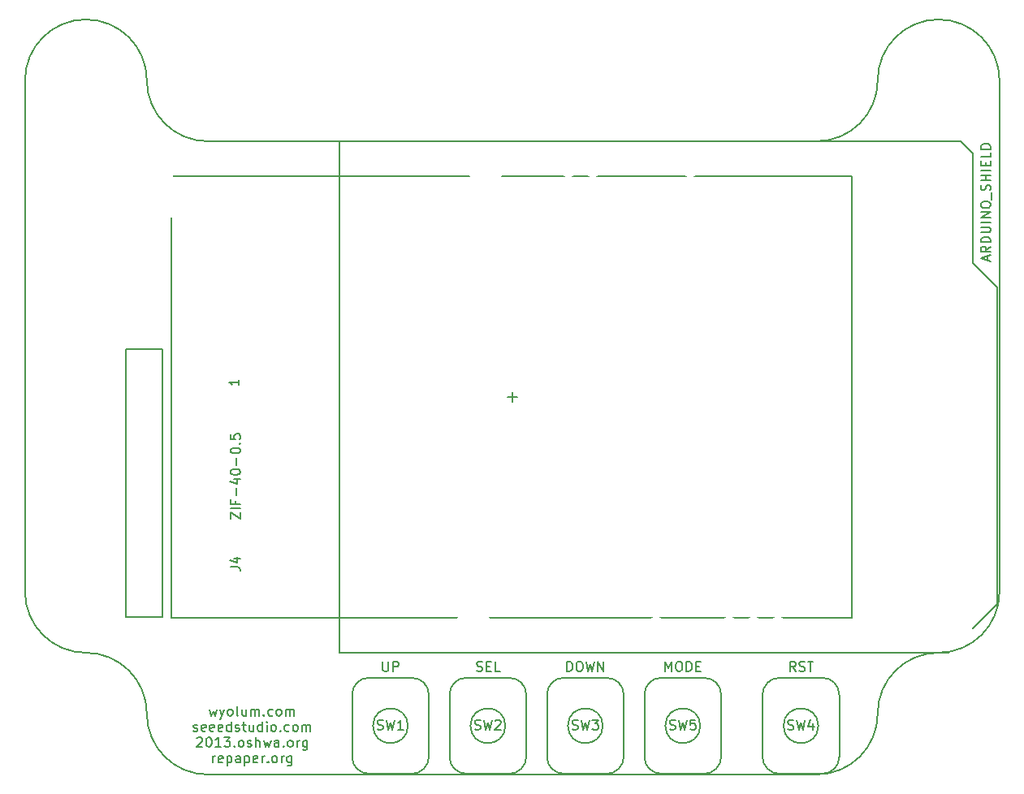
<source format=gto>
G04 (created by PCBNEW (2013-mar-13)-testing) date Friday 12 April 2013 11:20:17 PM IST*
%MOIN*%
G04 Gerber Fmt 3.4, Leading zero omitted, Abs format*
%FSLAX34Y34*%
G01*
G70*
G90*
G04 APERTURE LIST*
%ADD10C,0.006*%
%ADD11C,0.008*%
%ADD12C,0.005*%
%ADD13C,0.00590551*%
%ADD14C,0.04*%
%ADD15R,0.06X0.06*%
%ADD16C,0.06*%
%ADD17C,0.4*%
%ADD18C,0.07*%
%ADD19R,0.07X0.07*%
%ADD20O,0.06X0.1*%
%ADD21C,0.155*%
%ADD22C,0.1*%
%ADD23C,0.075*%
%ADD24C,0.045*%
%ADD25O,0.12X0.18*%
%ADD26R,0.12X0.18*%
%ADD27O,0.18X0.12*%
G04 APERTURE END LIST*
G54D10*
G54D11*
X17572Y-42320D02*
X17648Y-42586D01*
X17725Y-42396D01*
X17801Y-42586D01*
X17877Y-42320D01*
X17991Y-42320D02*
X18086Y-42586D01*
X18182Y-42320D02*
X18086Y-42586D01*
X18048Y-42682D01*
X18029Y-42701D01*
X17991Y-42720D01*
X18391Y-42586D02*
X18353Y-42567D01*
X18334Y-42548D01*
X18315Y-42510D01*
X18315Y-42396D01*
X18334Y-42358D01*
X18353Y-42339D01*
X18391Y-42320D01*
X18448Y-42320D01*
X18486Y-42339D01*
X18505Y-42358D01*
X18525Y-42396D01*
X18525Y-42510D01*
X18505Y-42548D01*
X18486Y-42567D01*
X18448Y-42586D01*
X18391Y-42586D01*
X18753Y-42586D02*
X18715Y-42567D01*
X18696Y-42529D01*
X18696Y-42186D01*
X19077Y-42320D02*
X19077Y-42586D01*
X18905Y-42320D02*
X18905Y-42529D01*
X18925Y-42567D01*
X18963Y-42586D01*
X19020Y-42586D01*
X19058Y-42567D01*
X19077Y-42548D01*
X19267Y-42586D02*
X19267Y-42320D01*
X19267Y-42358D02*
X19286Y-42339D01*
X19325Y-42320D01*
X19382Y-42320D01*
X19420Y-42339D01*
X19439Y-42377D01*
X19439Y-42586D01*
X19439Y-42377D02*
X19458Y-42339D01*
X19496Y-42320D01*
X19553Y-42320D01*
X19591Y-42339D01*
X19610Y-42377D01*
X19610Y-42586D01*
X19801Y-42548D02*
X19820Y-42567D01*
X19801Y-42586D01*
X19782Y-42567D01*
X19801Y-42548D01*
X19801Y-42586D01*
X20163Y-42567D02*
X20125Y-42586D01*
X20048Y-42586D01*
X20010Y-42567D01*
X19991Y-42548D01*
X19972Y-42510D01*
X19972Y-42396D01*
X19991Y-42358D01*
X20010Y-42339D01*
X20048Y-42320D01*
X20125Y-42320D01*
X20163Y-42339D01*
X20391Y-42586D02*
X20353Y-42567D01*
X20334Y-42548D01*
X20315Y-42510D01*
X20315Y-42396D01*
X20334Y-42358D01*
X20353Y-42339D01*
X20391Y-42320D01*
X20448Y-42320D01*
X20486Y-42339D01*
X20505Y-42358D01*
X20525Y-42396D01*
X20525Y-42510D01*
X20505Y-42548D01*
X20486Y-42567D01*
X20448Y-42586D01*
X20391Y-42586D01*
X20696Y-42586D02*
X20696Y-42320D01*
X20696Y-42358D02*
X20715Y-42339D01*
X20753Y-42320D01*
X20810Y-42320D01*
X20848Y-42339D01*
X20867Y-42377D01*
X20867Y-42586D01*
X20867Y-42377D02*
X20886Y-42339D01*
X20925Y-42320D01*
X20982Y-42320D01*
X21020Y-42339D01*
X21039Y-42377D01*
X21039Y-42586D01*
X16915Y-43207D02*
X16953Y-43226D01*
X17029Y-43226D01*
X17067Y-43207D01*
X17086Y-43169D01*
X17086Y-43150D01*
X17067Y-43112D01*
X17029Y-43093D01*
X16972Y-43093D01*
X16934Y-43074D01*
X16915Y-43036D01*
X16915Y-43017D01*
X16934Y-42979D01*
X16972Y-42960D01*
X17029Y-42960D01*
X17067Y-42979D01*
X17410Y-43207D02*
X17372Y-43226D01*
X17296Y-43226D01*
X17258Y-43207D01*
X17239Y-43169D01*
X17239Y-43017D01*
X17258Y-42979D01*
X17296Y-42960D01*
X17372Y-42960D01*
X17410Y-42979D01*
X17429Y-43017D01*
X17429Y-43055D01*
X17239Y-43093D01*
X17753Y-43207D02*
X17715Y-43226D01*
X17639Y-43226D01*
X17601Y-43207D01*
X17582Y-43169D01*
X17582Y-43017D01*
X17601Y-42979D01*
X17639Y-42960D01*
X17715Y-42960D01*
X17753Y-42979D01*
X17772Y-43017D01*
X17772Y-43055D01*
X17582Y-43093D01*
X18096Y-43207D02*
X18058Y-43226D01*
X17982Y-43226D01*
X17944Y-43207D01*
X17925Y-43169D01*
X17925Y-43017D01*
X17944Y-42979D01*
X17982Y-42960D01*
X18058Y-42960D01*
X18096Y-42979D01*
X18115Y-43017D01*
X18115Y-43055D01*
X17925Y-43093D01*
X18458Y-43226D02*
X18458Y-42826D01*
X18458Y-43207D02*
X18420Y-43226D01*
X18344Y-43226D01*
X18305Y-43207D01*
X18286Y-43188D01*
X18267Y-43150D01*
X18267Y-43036D01*
X18286Y-42998D01*
X18305Y-42979D01*
X18344Y-42960D01*
X18420Y-42960D01*
X18458Y-42979D01*
X18629Y-43207D02*
X18667Y-43226D01*
X18744Y-43226D01*
X18782Y-43207D01*
X18801Y-43169D01*
X18801Y-43150D01*
X18782Y-43112D01*
X18744Y-43093D01*
X18686Y-43093D01*
X18648Y-43074D01*
X18629Y-43036D01*
X18629Y-43017D01*
X18648Y-42979D01*
X18686Y-42960D01*
X18744Y-42960D01*
X18782Y-42979D01*
X18915Y-42960D02*
X19067Y-42960D01*
X18972Y-42826D02*
X18972Y-43169D01*
X18991Y-43207D01*
X19029Y-43226D01*
X19067Y-43226D01*
X19372Y-42960D02*
X19372Y-43226D01*
X19201Y-42960D02*
X19201Y-43169D01*
X19220Y-43207D01*
X19258Y-43226D01*
X19315Y-43226D01*
X19353Y-43207D01*
X19372Y-43188D01*
X19734Y-43226D02*
X19734Y-42826D01*
X19734Y-43207D02*
X19696Y-43226D01*
X19620Y-43226D01*
X19582Y-43207D01*
X19563Y-43188D01*
X19544Y-43150D01*
X19544Y-43036D01*
X19563Y-42998D01*
X19582Y-42979D01*
X19620Y-42960D01*
X19696Y-42960D01*
X19734Y-42979D01*
X19924Y-43226D02*
X19924Y-42960D01*
X19924Y-42826D02*
X19905Y-42845D01*
X19924Y-42865D01*
X19944Y-42845D01*
X19924Y-42826D01*
X19924Y-42865D01*
X20172Y-43226D02*
X20134Y-43207D01*
X20115Y-43188D01*
X20096Y-43150D01*
X20096Y-43036D01*
X20115Y-42998D01*
X20134Y-42979D01*
X20172Y-42960D01*
X20229Y-42960D01*
X20267Y-42979D01*
X20286Y-42998D01*
X20305Y-43036D01*
X20305Y-43150D01*
X20286Y-43188D01*
X20267Y-43207D01*
X20229Y-43226D01*
X20172Y-43226D01*
X20477Y-43188D02*
X20496Y-43207D01*
X20477Y-43226D01*
X20458Y-43207D01*
X20477Y-43188D01*
X20477Y-43226D01*
X20839Y-43207D02*
X20801Y-43226D01*
X20725Y-43226D01*
X20686Y-43207D01*
X20667Y-43188D01*
X20648Y-43150D01*
X20648Y-43036D01*
X20667Y-42998D01*
X20686Y-42979D01*
X20725Y-42960D01*
X20801Y-42960D01*
X20839Y-42979D01*
X21067Y-43226D02*
X21029Y-43207D01*
X21010Y-43188D01*
X20991Y-43150D01*
X20991Y-43036D01*
X21010Y-42998D01*
X21029Y-42979D01*
X21067Y-42960D01*
X21124Y-42960D01*
X21163Y-42979D01*
X21182Y-42998D01*
X21201Y-43036D01*
X21201Y-43150D01*
X21182Y-43188D01*
X21163Y-43207D01*
X21124Y-43226D01*
X21067Y-43226D01*
X21372Y-43226D02*
X21372Y-42960D01*
X21372Y-42998D02*
X21391Y-42979D01*
X21429Y-42960D01*
X21486Y-42960D01*
X21524Y-42979D01*
X21544Y-43017D01*
X21544Y-43226D01*
X21544Y-43017D02*
X21563Y-42979D01*
X21601Y-42960D01*
X21658Y-42960D01*
X21696Y-42979D01*
X21715Y-43017D01*
X21715Y-43226D01*
X17048Y-43505D02*
X17067Y-43485D01*
X17105Y-43466D01*
X17201Y-43466D01*
X17239Y-43485D01*
X17258Y-43505D01*
X17277Y-43543D01*
X17277Y-43581D01*
X17258Y-43638D01*
X17029Y-43866D01*
X17277Y-43866D01*
X17525Y-43466D02*
X17563Y-43466D01*
X17601Y-43485D01*
X17620Y-43505D01*
X17639Y-43543D01*
X17658Y-43619D01*
X17658Y-43714D01*
X17639Y-43790D01*
X17620Y-43828D01*
X17601Y-43847D01*
X17563Y-43866D01*
X17525Y-43866D01*
X17486Y-43847D01*
X17467Y-43828D01*
X17448Y-43790D01*
X17429Y-43714D01*
X17429Y-43619D01*
X17448Y-43543D01*
X17467Y-43505D01*
X17486Y-43485D01*
X17525Y-43466D01*
X18039Y-43866D02*
X17810Y-43866D01*
X17925Y-43866D02*
X17925Y-43466D01*
X17886Y-43524D01*
X17848Y-43562D01*
X17810Y-43581D01*
X18172Y-43466D02*
X18420Y-43466D01*
X18286Y-43619D01*
X18344Y-43619D01*
X18382Y-43638D01*
X18401Y-43657D01*
X18420Y-43695D01*
X18420Y-43790D01*
X18401Y-43828D01*
X18382Y-43847D01*
X18344Y-43866D01*
X18229Y-43866D01*
X18191Y-43847D01*
X18172Y-43828D01*
X18591Y-43828D02*
X18610Y-43847D01*
X18591Y-43866D01*
X18572Y-43847D01*
X18591Y-43828D01*
X18591Y-43866D01*
X18839Y-43866D02*
X18801Y-43847D01*
X18782Y-43828D01*
X18763Y-43790D01*
X18763Y-43676D01*
X18782Y-43638D01*
X18801Y-43619D01*
X18839Y-43600D01*
X18896Y-43600D01*
X18934Y-43619D01*
X18953Y-43638D01*
X18972Y-43676D01*
X18972Y-43790D01*
X18953Y-43828D01*
X18934Y-43847D01*
X18896Y-43866D01*
X18839Y-43866D01*
X19125Y-43847D02*
X19163Y-43866D01*
X19239Y-43866D01*
X19277Y-43847D01*
X19296Y-43809D01*
X19296Y-43790D01*
X19277Y-43752D01*
X19239Y-43733D01*
X19182Y-43733D01*
X19144Y-43714D01*
X19125Y-43676D01*
X19125Y-43657D01*
X19144Y-43619D01*
X19182Y-43600D01*
X19239Y-43600D01*
X19277Y-43619D01*
X19467Y-43866D02*
X19467Y-43466D01*
X19639Y-43866D02*
X19639Y-43657D01*
X19620Y-43619D01*
X19582Y-43600D01*
X19525Y-43600D01*
X19486Y-43619D01*
X19467Y-43638D01*
X19791Y-43600D02*
X19867Y-43866D01*
X19944Y-43676D01*
X20020Y-43866D01*
X20096Y-43600D01*
X20420Y-43866D02*
X20420Y-43657D01*
X20401Y-43619D01*
X20363Y-43600D01*
X20286Y-43600D01*
X20248Y-43619D01*
X20420Y-43847D02*
X20382Y-43866D01*
X20286Y-43866D01*
X20248Y-43847D01*
X20229Y-43809D01*
X20229Y-43771D01*
X20248Y-43733D01*
X20286Y-43714D01*
X20382Y-43714D01*
X20420Y-43695D01*
X20610Y-43828D02*
X20629Y-43847D01*
X20610Y-43866D01*
X20591Y-43847D01*
X20610Y-43828D01*
X20610Y-43866D01*
X20858Y-43866D02*
X20820Y-43847D01*
X20801Y-43828D01*
X20782Y-43790D01*
X20782Y-43676D01*
X20801Y-43638D01*
X20820Y-43619D01*
X20858Y-43600D01*
X20915Y-43600D01*
X20953Y-43619D01*
X20972Y-43638D01*
X20991Y-43676D01*
X20991Y-43790D01*
X20972Y-43828D01*
X20953Y-43847D01*
X20915Y-43866D01*
X20858Y-43866D01*
X21163Y-43866D02*
X21163Y-43600D01*
X21163Y-43676D02*
X21182Y-43638D01*
X21201Y-43619D01*
X21239Y-43600D01*
X21277Y-43600D01*
X21582Y-43600D02*
X21582Y-43924D01*
X21563Y-43962D01*
X21544Y-43981D01*
X21505Y-44000D01*
X21448Y-44000D01*
X21410Y-43981D01*
X21582Y-43847D02*
X21544Y-43866D01*
X21467Y-43866D01*
X21429Y-43847D01*
X21410Y-43828D01*
X21391Y-43790D01*
X21391Y-43676D01*
X21410Y-43638D01*
X21429Y-43619D01*
X21467Y-43600D01*
X21544Y-43600D01*
X21582Y-43619D01*
X17705Y-44506D02*
X17705Y-44240D01*
X17705Y-44316D02*
X17725Y-44278D01*
X17744Y-44259D01*
X17782Y-44240D01*
X17820Y-44240D01*
X18105Y-44487D02*
X18067Y-44506D01*
X17991Y-44506D01*
X17953Y-44487D01*
X17934Y-44449D01*
X17934Y-44297D01*
X17953Y-44259D01*
X17991Y-44240D01*
X18067Y-44240D01*
X18105Y-44259D01*
X18125Y-44297D01*
X18125Y-44335D01*
X17934Y-44373D01*
X18296Y-44240D02*
X18296Y-44640D01*
X18296Y-44259D02*
X18334Y-44240D01*
X18410Y-44240D01*
X18448Y-44259D01*
X18467Y-44278D01*
X18486Y-44316D01*
X18486Y-44430D01*
X18467Y-44468D01*
X18448Y-44487D01*
X18410Y-44506D01*
X18334Y-44506D01*
X18296Y-44487D01*
X18829Y-44506D02*
X18829Y-44297D01*
X18810Y-44259D01*
X18772Y-44240D01*
X18696Y-44240D01*
X18658Y-44259D01*
X18829Y-44487D02*
X18791Y-44506D01*
X18696Y-44506D01*
X18658Y-44487D01*
X18639Y-44449D01*
X18639Y-44411D01*
X18658Y-44373D01*
X18696Y-44354D01*
X18791Y-44354D01*
X18829Y-44335D01*
X19020Y-44240D02*
X19020Y-44640D01*
X19020Y-44259D02*
X19058Y-44240D01*
X19134Y-44240D01*
X19172Y-44259D01*
X19191Y-44278D01*
X19210Y-44316D01*
X19210Y-44430D01*
X19191Y-44468D01*
X19172Y-44487D01*
X19134Y-44506D01*
X19058Y-44506D01*
X19020Y-44487D01*
X19534Y-44487D02*
X19496Y-44506D01*
X19420Y-44506D01*
X19382Y-44487D01*
X19363Y-44449D01*
X19363Y-44297D01*
X19382Y-44259D01*
X19420Y-44240D01*
X19496Y-44240D01*
X19534Y-44259D01*
X19553Y-44297D01*
X19553Y-44335D01*
X19363Y-44373D01*
X19725Y-44506D02*
X19725Y-44240D01*
X19725Y-44316D02*
X19744Y-44278D01*
X19763Y-44259D01*
X19801Y-44240D01*
X19839Y-44240D01*
X19972Y-44468D02*
X19991Y-44487D01*
X19972Y-44506D01*
X19953Y-44487D01*
X19972Y-44468D01*
X19972Y-44506D01*
X20220Y-44506D02*
X20182Y-44487D01*
X20163Y-44468D01*
X20144Y-44430D01*
X20144Y-44316D01*
X20163Y-44278D01*
X20182Y-44259D01*
X20220Y-44240D01*
X20277Y-44240D01*
X20315Y-44259D01*
X20334Y-44278D01*
X20353Y-44316D01*
X20353Y-44430D01*
X20334Y-44468D01*
X20315Y-44487D01*
X20277Y-44506D01*
X20220Y-44506D01*
X20525Y-44506D02*
X20525Y-44240D01*
X20525Y-44316D02*
X20544Y-44278D01*
X20563Y-44259D01*
X20601Y-44240D01*
X20639Y-44240D01*
X20944Y-44240D02*
X20944Y-44564D01*
X20924Y-44602D01*
X20905Y-44621D01*
X20867Y-44640D01*
X20810Y-44640D01*
X20772Y-44621D01*
X20944Y-44487D02*
X20905Y-44506D01*
X20829Y-44506D01*
X20791Y-44487D01*
X20772Y-44468D01*
X20753Y-44430D01*
X20753Y-44316D01*
X20772Y-44278D01*
X20791Y-44259D01*
X20829Y-44240D01*
X20905Y-44240D01*
X20944Y-44259D01*
G54D12*
X47500Y-40000D02*
G75*
G03X50000Y-37500I0J2500D01*
G74*
G01*
X42500Y-45000D02*
G75*
G03X45000Y-42500I0J2500D01*
G74*
G01*
X47500Y-40000D02*
G75*
G03X45000Y-42500I0J-2500D01*
G74*
G01*
X15000Y-42500D02*
G75*
G03X17500Y-45000I2500J0D01*
G74*
G01*
X10000Y-37500D02*
G75*
G03X12500Y-40000I2500J0D01*
G74*
G01*
X15000Y-42500D02*
G75*
G03X12500Y-40000I-2500J0D01*
G74*
G01*
X42500Y-19000D02*
G75*
G03X45000Y-16500I0J2500D01*
G74*
G01*
X50000Y-16500D02*
G75*
G03X47500Y-14000I-2500J0D01*
G74*
G01*
X47500Y-14000D02*
G75*
G03X45000Y-16500I0J-2500D01*
G74*
G01*
X15000Y-16500D02*
G75*
G03X17500Y-19000I2500J0D01*
G74*
G01*
X15000Y-16500D02*
G75*
G03X12500Y-14000I-2500J0D01*
G74*
G01*
X12500Y-14000D02*
G75*
G03X10000Y-16500I0J-2500D01*
G74*
G01*
X14150Y-38550D02*
X15650Y-38550D01*
X14150Y-27550D02*
X14150Y-38550D01*
X15650Y-27550D02*
X14150Y-27550D01*
X15650Y-38550D02*
X15650Y-27550D01*
X17500Y-19000D02*
X42500Y-19000D01*
X42500Y-45000D02*
X17500Y-45000D01*
X10000Y-37500D02*
X10000Y-16500D01*
X50000Y-16500D02*
X50000Y-37500D01*
X30000Y-29500D02*
X30200Y-29500D01*
X30000Y-29500D02*
X29800Y-29500D01*
X30000Y-29500D02*
X30000Y-29700D01*
X30000Y-29500D02*
X30000Y-29300D01*
G54D13*
X49900Y-25000D02*
X49900Y-38000D01*
X49900Y-38000D02*
X48900Y-39000D01*
X48900Y-19500D02*
X48900Y-24000D01*
X48900Y-24000D02*
X49900Y-25000D01*
X22900Y-19000D02*
X48400Y-19000D01*
X48400Y-19000D02*
X48900Y-19500D01*
X22900Y-40000D02*
X22900Y-19000D01*
X47900Y-40000D02*
X22900Y-40000D01*
G54D10*
X43424Y-41720D02*
G75*
G03X42735Y-41031I-688J0D01*
G74*
G01*
X40964Y-41031D02*
X42735Y-41031D01*
X40964Y-41031D02*
G75*
G03X40275Y-41720I0J-688D01*
G74*
G01*
X40275Y-44279D02*
X40275Y-41720D01*
X42735Y-44968D02*
X40964Y-44968D01*
X43424Y-41720D02*
X43424Y-44279D01*
X42735Y-44968D02*
G75*
G03X43424Y-44279I0J688D01*
G74*
G01*
X40275Y-44279D02*
G75*
G03X40964Y-44968I688J0D01*
G74*
G01*
X42565Y-43000D02*
G75*
G03X42565Y-43000I-715J0D01*
G74*
G01*
X26574Y-41720D02*
G75*
G03X25885Y-41031I-688J0D01*
G74*
G01*
X24114Y-41031D02*
X25885Y-41031D01*
X24114Y-41031D02*
G75*
G03X23425Y-41720I0J-688D01*
G74*
G01*
X23425Y-44279D02*
X23425Y-41720D01*
X25885Y-44968D02*
X24114Y-44968D01*
X26574Y-41720D02*
X26574Y-44279D01*
X25885Y-44968D02*
G75*
G03X26574Y-44279I0J688D01*
G74*
G01*
X23425Y-44279D02*
G75*
G03X24114Y-44968I688J0D01*
G74*
G01*
X25715Y-43000D02*
G75*
G03X25715Y-43000I-715J0D01*
G74*
G01*
X30574Y-41720D02*
G75*
G03X29885Y-41031I-688J0D01*
G74*
G01*
X28114Y-41031D02*
X29885Y-41031D01*
X28114Y-41031D02*
G75*
G03X27425Y-41720I0J-688D01*
G74*
G01*
X27425Y-44279D02*
X27425Y-41720D01*
X29885Y-44968D02*
X28114Y-44968D01*
X30574Y-41720D02*
X30574Y-44279D01*
X29885Y-44968D02*
G75*
G03X30574Y-44279I0J688D01*
G74*
G01*
X27425Y-44279D02*
G75*
G03X28114Y-44968I688J0D01*
G74*
G01*
X29715Y-43000D02*
G75*
G03X29715Y-43000I-715J0D01*
G74*
G01*
X34574Y-41720D02*
G75*
G03X33885Y-41031I-688J0D01*
G74*
G01*
X32114Y-41031D02*
X33885Y-41031D01*
X32114Y-41031D02*
G75*
G03X31425Y-41720I0J-688D01*
G74*
G01*
X31425Y-44279D02*
X31425Y-41720D01*
X33885Y-44968D02*
X32114Y-44968D01*
X34574Y-41720D02*
X34574Y-44279D01*
X33885Y-44968D02*
G75*
G03X34574Y-44279I0J688D01*
G74*
G01*
X31425Y-44279D02*
G75*
G03X32114Y-44968I688J0D01*
G74*
G01*
X33715Y-43000D02*
G75*
G03X33715Y-43000I-715J0D01*
G74*
G01*
X38574Y-41720D02*
G75*
G03X37885Y-41031I-688J0D01*
G74*
G01*
X36114Y-41031D02*
X37885Y-41031D01*
X36114Y-41031D02*
G75*
G03X35425Y-41720I0J-688D01*
G74*
G01*
X35425Y-44279D02*
X35425Y-41720D01*
X37885Y-44968D02*
X36114Y-44968D01*
X38574Y-41720D02*
X38574Y-44279D01*
X37885Y-44968D02*
G75*
G03X38574Y-44279I0J688D01*
G74*
G01*
X35425Y-44279D02*
G75*
G03X36114Y-44968I688J0D01*
G74*
G01*
X37715Y-43000D02*
G75*
G03X37715Y-43000I-715J0D01*
G74*
G01*
X16004Y-38557D02*
X43956Y-38557D01*
X43956Y-38557D02*
X43956Y-20446D01*
X43956Y-20446D02*
X16004Y-20446D01*
X16004Y-20446D02*
X16004Y-38557D01*
X49522Y-23909D02*
X49522Y-23719D01*
X49636Y-23947D02*
X49236Y-23814D01*
X49636Y-23680D01*
X49636Y-23319D02*
X49446Y-23452D01*
X49636Y-23547D02*
X49236Y-23547D01*
X49236Y-23395D01*
X49255Y-23357D01*
X49275Y-23338D01*
X49313Y-23319D01*
X49370Y-23319D01*
X49408Y-23338D01*
X49427Y-23357D01*
X49446Y-23395D01*
X49446Y-23547D01*
X49636Y-23147D02*
X49236Y-23147D01*
X49236Y-23052D01*
X49255Y-22995D01*
X49294Y-22957D01*
X49332Y-22938D01*
X49408Y-22919D01*
X49465Y-22919D01*
X49541Y-22938D01*
X49579Y-22957D01*
X49617Y-22995D01*
X49636Y-23052D01*
X49636Y-23147D01*
X49236Y-22747D02*
X49560Y-22747D01*
X49598Y-22728D01*
X49617Y-22709D01*
X49636Y-22671D01*
X49636Y-22595D01*
X49617Y-22557D01*
X49598Y-22538D01*
X49560Y-22519D01*
X49236Y-22519D01*
X49636Y-22328D02*
X49236Y-22328D01*
X49636Y-22138D02*
X49236Y-22138D01*
X49636Y-21909D01*
X49236Y-21909D01*
X49236Y-21642D02*
X49236Y-21566D01*
X49255Y-21528D01*
X49294Y-21490D01*
X49370Y-21471D01*
X49503Y-21471D01*
X49579Y-21490D01*
X49617Y-21528D01*
X49636Y-21566D01*
X49636Y-21642D01*
X49617Y-21680D01*
X49579Y-21719D01*
X49503Y-21738D01*
X49370Y-21738D01*
X49294Y-21719D01*
X49255Y-21680D01*
X49236Y-21642D01*
X49675Y-21395D02*
X49675Y-21090D01*
X49617Y-21014D02*
X49636Y-20957D01*
X49636Y-20861D01*
X49617Y-20823D01*
X49598Y-20804D01*
X49560Y-20785D01*
X49522Y-20785D01*
X49484Y-20804D01*
X49465Y-20823D01*
X49446Y-20861D01*
X49427Y-20938D01*
X49408Y-20976D01*
X49389Y-20995D01*
X49351Y-21014D01*
X49313Y-21014D01*
X49275Y-20995D01*
X49255Y-20976D01*
X49236Y-20938D01*
X49236Y-20842D01*
X49255Y-20785D01*
X49636Y-20614D02*
X49236Y-20614D01*
X49427Y-20614D02*
X49427Y-20385D01*
X49636Y-20385D02*
X49236Y-20385D01*
X49636Y-20195D02*
X49236Y-20195D01*
X49427Y-20004D02*
X49427Y-19871D01*
X49636Y-19814D02*
X49636Y-20004D01*
X49236Y-20004D01*
X49236Y-19814D01*
X49636Y-19452D02*
X49636Y-19642D01*
X49236Y-19642D01*
X49636Y-19319D02*
X49236Y-19319D01*
X49236Y-19223D01*
X49255Y-19166D01*
X49294Y-19128D01*
X49332Y-19109D01*
X49408Y-19090D01*
X49465Y-19090D01*
X49541Y-19109D01*
X49579Y-19128D01*
X49617Y-19166D01*
X49636Y-19223D01*
X49636Y-19319D01*
X41316Y-43142D02*
X41373Y-43161D01*
X41469Y-43161D01*
X41507Y-43142D01*
X41526Y-43123D01*
X41545Y-43085D01*
X41545Y-43047D01*
X41526Y-43009D01*
X41507Y-42990D01*
X41469Y-42971D01*
X41392Y-42952D01*
X41354Y-42933D01*
X41335Y-42914D01*
X41316Y-42876D01*
X41316Y-42838D01*
X41335Y-42800D01*
X41354Y-42780D01*
X41392Y-42761D01*
X41488Y-42761D01*
X41545Y-42780D01*
X41678Y-42761D02*
X41773Y-43161D01*
X41850Y-42876D01*
X41926Y-43161D01*
X42021Y-42761D01*
X42345Y-42895D02*
X42345Y-43161D01*
X42250Y-42742D02*
X42154Y-43028D01*
X42402Y-43028D01*
X41630Y-40761D02*
X41497Y-40571D01*
X41402Y-40761D02*
X41402Y-40361D01*
X41554Y-40361D01*
X41592Y-40380D01*
X41611Y-40400D01*
X41630Y-40438D01*
X41630Y-40495D01*
X41611Y-40533D01*
X41592Y-40552D01*
X41554Y-40571D01*
X41402Y-40571D01*
X41783Y-40742D02*
X41840Y-40761D01*
X41935Y-40761D01*
X41973Y-40742D01*
X41992Y-40723D01*
X42011Y-40685D01*
X42011Y-40647D01*
X41992Y-40609D01*
X41973Y-40590D01*
X41935Y-40571D01*
X41859Y-40552D01*
X41821Y-40533D01*
X41802Y-40514D01*
X41783Y-40476D01*
X41783Y-40438D01*
X41802Y-40400D01*
X41821Y-40380D01*
X41859Y-40361D01*
X41954Y-40361D01*
X42011Y-40380D01*
X42126Y-40361D02*
X42354Y-40361D01*
X42240Y-40761D02*
X42240Y-40361D01*
X24466Y-43142D02*
X24523Y-43161D01*
X24619Y-43161D01*
X24657Y-43142D01*
X24676Y-43123D01*
X24695Y-43085D01*
X24695Y-43047D01*
X24676Y-43009D01*
X24657Y-42990D01*
X24619Y-42971D01*
X24542Y-42952D01*
X24504Y-42933D01*
X24485Y-42914D01*
X24466Y-42876D01*
X24466Y-42838D01*
X24485Y-42800D01*
X24504Y-42780D01*
X24542Y-42761D01*
X24638Y-42761D01*
X24695Y-42780D01*
X24828Y-42761D02*
X24923Y-43161D01*
X25000Y-42876D01*
X25076Y-43161D01*
X25171Y-42761D01*
X25533Y-43161D02*
X25304Y-43161D01*
X25419Y-43161D02*
X25419Y-42761D01*
X25380Y-42819D01*
X25342Y-42857D01*
X25304Y-42876D01*
X24685Y-40361D02*
X24685Y-40685D01*
X24704Y-40723D01*
X24723Y-40742D01*
X24761Y-40761D01*
X24838Y-40761D01*
X24876Y-40742D01*
X24895Y-40723D01*
X24914Y-40685D01*
X24914Y-40361D01*
X25104Y-40761D02*
X25104Y-40361D01*
X25257Y-40361D01*
X25295Y-40380D01*
X25314Y-40400D01*
X25333Y-40438D01*
X25333Y-40495D01*
X25314Y-40533D01*
X25295Y-40552D01*
X25257Y-40571D01*
X25104Y-40571D01*
X28466Y-43142D02*
X28523Y-43161D01*
X28619Y-43161D01*
X28657Y-43142D01*
X28676Y-43123D01*
X28695Y-43085D01*
X28695Y-43047D01*
X28676Y-43009D01*
X28657Y-42990D01*
X28619Y-42971D01*
X28542Y-42952D01*
X28504Y-42933D01*
X28485Y-42914D01*
X28466Y-42876D01*
X28466Y-42838D01*
X28485Y-42800D01*
X28504Y-42780D01*
X28542Y-42761D01*
X28638Y-42761D01*
X28695Y-42780D01*
X28828Y-42761D02*
X28923Y-43161D01*
X29000Y-42876D01*
X29076Y-43161D01*
X29171Y-42761D01*
X29304Y-42800D02*
X29323Y-42780D01*
X29361Y-42761D01*
X29457Y-42761D01*
X29495Y-42780D01*
X29514Y-42800D01*
X29533Y-42838D01*
X29533Y-42876D01*
X29514Y-42933D01*
X29285Y-43161D01*
X29533Y-43161D01*
X28542Y-40742D02*
X28600Y-40761D01*
X28695Y-40761D01*
X28733Y-40742D01*
X28752Y-40723D01*
X28771Y-40685D01*
X28771Y-40647D01*
X28752Y-40609D01*
X28733Y-40590D01*
X28695Y-40571D01*
X28619Y-40552D01*
X28580Y-40533D01*
X28561Y-40514D01*
X28542Y-40476D01*
X28542Y-40438D01*
X28561Y-40400D01*
X28580Y-40380D01*
X28619Y-40361D01*
X28714Y-40361D01*
X28771Y-40380D01*
X28942Y-40552D02*
X29076Y-40552D01*
X29133Y-40761D02*
X28942Y-40761D01*
X28942Y-40361D01*
X29133Y-40361D01*
X29495Y-40761D02*
X29304Y-40761D01*
X29304Y-40361D01*
X32466Y-43142D02*
X32523Y-43161D01*
X32619Y-43161D01*
X32657Y-43142D01*
X32676Y-43123D01*
X32695Y-43085D01*
X32695Y-43047D01*
X32676Y-43009D01*
X32657Y-42990D01*
X32619Y-42971D01*
X32542Y-42952D01*
X32504Y-42933D01*
X32485Y-42914D01*
X32466Y-42876D01*
X32466Y-42838D01*
X32485Y-42800D01*
X32504Y-42780D01*
X32542Y-42761D01*
X32638Y-42761D01*
X32695Y-42780D01*
X32828Y-42761D02*
X32923Y-43161D01*
X33000Y-42876D01*
X33076Y-43161D01*
X33171Y-42761D01*
X33285Y-42761D02*
X33533Y-42761D01*
X33400Y-42914D01*
X33457Y-42914D01*
X33495Y-42933D01*
X33514Y-42952D01*
X33533Y-42990D01*
X33533Y-43085D01*
X33514Y-43123D01*
X33495Y-43142D01*
X33457Y-43161D01*
X33342Y-43161D01*
X33304Y-43142D01*
X33285Y-43123D01*
X32247Y-40761D02*
X32247Y-40361D01*
X32342Y-40361D01*
X32400Y-40380D01*
X32438Y-40419D01*
X32457Y-40457D01*
X32476Y-40533D01*
X32476Y-40590D01*
X32457Y-40666D01*
X32438Y-40704D01*
X32400Y-40742D01*
X32342Y-40761D01*
X32247Y-40761D01*
X32723Y-40361D02*
X32800Y-40361D01*
X32838Y-40380D01*
X32876Y-40419D01*
X32895Y-40495D01*
X32895Y-40628D01*
X32876Y-40704D01*
X32838Y-40742D01*
X32800Y-40761D01*
X32723Y-40761D01*
X32685Y-40742D01*
X32647Y-40704D01*
X32628Y-40628D01*
X32628Y-40495D01*
X32647Y-40419D01*
X32685Y-40380D01*
X32723Y-40361D01*
X33028Y-40361D02*
X33123Y-40761D01*
X33200Y-40476D01*
X33276Y-40761D01*
X33371Y-40361D01*
X33523Y-40761D02*
X33523Y-40361D01*
X33752Y-40761D01*
X33752Y-40361D01*
X36466Y-43142D02*
X36523Y-43161D01*
X36619Y-43161D01*
X36657Y-43142D01*
X36676Y-43123D01*
X36695Y-43085D01*
X36695Y-43047D01*
X36676Y-43009D01*
X36657Y-42990D01*
X36619Y-42971D01*
X36542Y-42952D01*
X36504Y-42933D01*
X36485Y-42914D01*
X36466Y-42876D01*
X36466Y-42838D01*
X36485Y-42800D01*
X36504Y-42780D01*
X36542Y-42761D01*
X36638Y-42761D01*
X36695Y-42780D01*
X36828Y-42761D02*
X36923Y-43161D01*
X37000Y-42876D01*
X37076Y-43161D01*
X37171Y-42761D01*
X37514Y-42761D02*
X37323Y-42761D01*
X37304Y-42952D01*
X37323Y-42933D01*
X37361Y-42914D01*
X37457Y-42914D01*
X37495Y-42933D01*
X37514Y-42952D01*
X37533Y-42990D01*
X37533Y-43085D01*
X37514Y-43123D01*
X37495Y-43142D01*
X37457Y-43161D01*
X37361Y-43161D01*
X37323Y-43142D01*
X37304Y-43123D01*
X36276Y-40761D02*
X36276Y-40361D01*
X36409Y-40647D01*
X36542Y-40361D01*
X36542Y-40761D01*
X36809Y-40361D02*
X36885Y-40361D01*
X36923Y-40380D01*
X36961Y-40419D01*
X36980Y-40495D01*
X36980Y-40628D01*
X36961Y-40704D01*
X36923Y-40742D01*
X36885Y-40761D01*
X36809Y-40761D01*
X36771Y-40742D01*
X36733Y-40704D01*
X36714Y-40628D01*
X36714Y-40495D01*
X36733Y-40419D01*
X36771Y-40380D01*
X36809Y-40361D01*
X37152Y-40761D02*
X37152Y-40361D01*
X37247Y-40361D01*
X37304Y-40380D01*
X37342Y-40419D01*
X37361Y-40457D01*
X37380Y-40533D01*
X37380Y-40590D01*
X37361Y-40666D01*
X37342Y-40704D01*
X37304Y-40742D01*
X37247Y-40761D01*
X37152Y-40761D01*
X37552Y-40552D02*
X37685Y-40552D01*
X37742Y-40761D02*
X37552Y-40761D01*
X37552Y-40361D01*
X37742Y-40361D01*
X18436Y-36483D02*
X18722Y-36483D01*
X18779Y-36502D01*
X18817Y-36540D01*
X18836Y-36597D01*
X18836Y-36635D01*
X18570Y-36121D02*
X18836Y-36121D01*
X18417Y-36216D02*
X18703Y-36311D01*
X18703Y-36064D01*
X18436Y-34502D02*
X18436Y-34235D01*
X18836Y-34502D01*
X18836Y-34235D01*
X18836Y-34083D02*
X18436Y-34083D01*
X18627Y-33759D02*
X18627Y-33892D01*
X18836Y-33892D02*
X18436Y-33892D01*
X18436Y-33702D01*
X18684Y-33550D02*
X18684Y-33245D01*
X18570Y-32883D02*
X18836Y-32883D01*
X18417Y-32978D02*
X18703Y-33073D01*
X18703Y-32826D01*
X18436Y-32597D02*
X18436Y-32559D01*
X18455Y-32521D01*
X18475Y-32502D01*
X18513Y-32483D01*
X18589Y-32464D01*
X18684Y-32464D01*
X18760Y-32483D01*
X18798Y-32502D01*
X18817Y-32521D01*
X18836Y-32559D01*
X18836Y-32597D01*
X18817Y-32635D01*
X18798Y-32654D01*
X18760Y-32673D01*
X18684Y-32692D01*
X18589Y-32692D01*
X18513Y-32673D01*
X18475Y-32654D01*
X18455Y-32635D01*
X18436Y-32597D01*
X18684Y-32292D02*
X18684Y-31988D01*
X18436Y-31721D02*
X18436Y-31683D01*
X18455Y-31645D01*
X18475Y-31626D01*
X18513Y-31607D01*
X18589Y-31588D01*
X18684Y-31588D01*
X18760Y-31607D01*
X18798Y-31626D01*
X18817Y-31645D01*
X18836Y-31683D01*
X18836Y-31721D01*
X18817Y-31759D01*
X18798Y-31778D01*
X18760Y-31797D01*
X18684Y-31816D01*
X18589Y-31816D01*
X18513Y-31797D01*
X18475Y-31778D01*
X18455Y-31759D01*
X18436Y-31721D01*
X18798Y-31416D02*
X18817Y-31397D01*
X18836Y-31416D01*
X18817Y-31435D01*
X18798Y-31416D01*
X18836Y-31416D01*
X18436Y-31035D02*
X18436Y-31226D01*
X18627Y-31245D01*
X18608Y-31226D01*
X18589Y-31188D01*
X18589Y-31092D01*
X18608Y-31054D01*
X18627Y-31035D01*
X18665Y-31016D01*
X18760Y-31016D01*
X18798Y-31035D01*
X18817Y-31054D01*
X18836Y-31092D01*
X18836Y-31188D01*
X18817Y-31226D01*
X18798Y-31245D01*
G54D11*
X18786Y-28785D02*
X18786Y-29014D01*
X18786Y-28899D02*
X18386Y-28899D01*
X18444Y-28938D01*
X18482Y-28976D01*
X18501Y-29014D01*
%LPC*%
G54D14*
X37400Y-32025D03*
X32900Y-30225D03*
G54D15*
X16500Y-41500D03*
X17500Y-41500D03*
G54D16*
X18500Y-41500D03*
X19500Y-41500D03*
X20500Y-41500D03*
X21500Y-41500D03*
G54D17*
X12500Y-16500D03*
G54D18*
X46500Y-29700D03*
X46500Y-30700D03*
X46500Y-31700D03*
G54D19*
X46500Y-32700D03*
G54D14*
X37400Y-31375D03*
X37425Y-34875D03*
X37400Y-34125D03*
G54D17*
X47500Y-16500D03*
G54D20*
X47900Y-39000D03*
X46900Y-39000D03*
G54D16*
X45900Y-39000D03*
X42900Y-39000D03*
X43900Y-39000D03*
X44900Y-39000D03*
G54D20*
X40900Y-39000D03*
X39900Y-39000D03*
X38900Y-39000D03*
G54D16*
X36900Y-39000D03*
G54D20*
X35900Y-39000D03*
X47900Y-20000D03*
X46900Y-20000D03*
G54D16*
X45900Y-20000D03*
X44900Y-20000D03*
X43900Y-20000D03*
X42900Y-20000D03*
X41900Y-20000D03*
X40900Y-20000D03*
X39300Y-20000D03*
X38300Y-20000D03*
G54D20*
X37300Y-20000D03*
G54D16*
X36300Y-20000D03*
X35300Y-20000D03*
X34300Y-20000D03*
G54D20*
X33300Y-20000D03*
X32300Y-20000D03*
G54D16*
X37900Y-39000D03*
G54D21*
X48900Y-37000D03*
X48900Y-26000D03*
X28900Y-20000D03*
X28400Y-39000D03*
G54D16*
X34900Y-39000D03*
X31300Y-20000D03*
X30300Y-20000D03*
X33900Y-39000D03*
G54D22*
X42735Y-44279D03*
X40964Y-41720D03*
X40964Y-44279D03*
X42735Y-41720D03*
X25885Y-44279D03*
X24114Y-41720D03*
X24114Y-44279D03*
X25885Y-41720D03*
X29885Y-44279D03*
X28114Y-41720D03*
X28114Y-44279D03*
X29885Y-41720D03*
X33885Y-44279D03*
X32114Y-41720D03*
X32114Y-44279D03*
X33885Y-41720D03*
G54D15*
X45500Y-36100D03*
G54D16*
X46500Y-36100D03*
X45500Y-35100D03*
X46500Y-35100D03*
X45500Y-34100D03*
X46500Y-34100D03*
G54D22*
X37885Y-44279D03*
X36114Y-41720D03*
X36114Y-44279D03*
X37885Y-41720D03*
G54D23*
X10600Y-36300D03*
X10600Y-33700D03*
G54D24*
X46900Y-23675D03*
X46900Y-26825D03*
G54D25*
X13075Y-21225D03*
G54D26*
X15475Y-21225D03*
G54D27*
X14325Y-19225D03*
G54D16*
X45250Y-20975D03*
X45250Y-21975D03*
M02*

</source>
